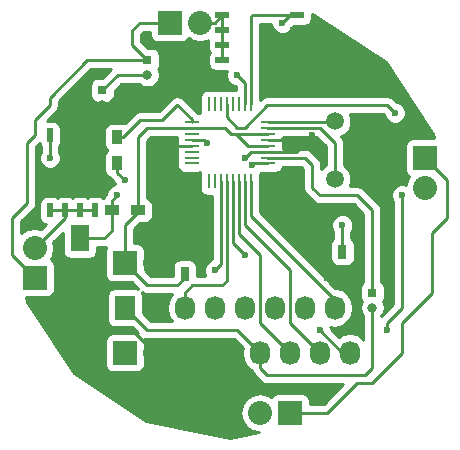
<source format=gbr>
G04 #@! TF.FileFunction,Copper,L1,Top,Signal*
%FSLAX46Y46*%
G04 Gerber Fmt 4.6, Leading zero omitted, Abs format (unit mm)*
G04 Created by KiCad (PCBNEW 4.0.3+e1-6302~38~ubuntu16.04.1-stable) date Mon Aug 29 22:27:36 2016*
%MOMM*%
%LPD*%
G01*
G04 APERTURE LIST*
%ADD10C,0.100000*%
%ADD11C,1.501140*%
%ADD12R,0.750000X1.200000*%
%ADD13R,1.200000X0.280000*%
%ADD14R,0.280000X1.200000*%
%ADD15R,1.727200X2.032000*%
%ADD16O,1.727200X2.032000*%
%ADD17R,0.800000X0.800000*%
%ADD18O,0.800000X0.800000*%
%ADD19R,2.032000X2.032000*%
%ADD20O,2.032000X2.032000*%
%ADD21R,0.508000X1.143000*%
%ADD22R,1.143000X0.508000*%
%ADD23R,0.900000X1.200000*%
%ADD24R,1.200000X0.900000*%
%ADD25R,1.600000X2.180000*%
%ADD26C,0.600000*%
%ADD27C,0.250000*%
%ADD28C,0.254000*%
G04 APERTURE END LIST*
D10*
D11*
X88900000Y-80545940D03*
X88900000Y-75664060D03*
D12*
X76200000Y-88580000D03*
X76200000Y-86680000D03*
X89535000Y-88580000D03*
X89535000Y-86680000D03*
D13*
X83260000Y-79220000D03*
X83260000Y-78720000D03*
X83260000Y-78220000D03*
X83260000Y-77720000D03*
X83260000Y-77220000D03*
X83260000Y-76720000D03*
X83260000Y-76220000D03*
X83260000Y-75720000D03*
D14*
X81760000Y-74220000D03*
X81260000Y-74220000D03*
X80760000Y-74220000D03*
X80260000Y-74220000D03*
X79760000Y-74220000D03*
X79260000Y-74220000D03*
X78760000Y-74220000D03*
X78260000Y-74220000D03*
D13*
X76760000Y-75720000D03*
X76760000Y-76220000D03*
X76760000Y-76720000D03*
X76760000Y-77220000D03*
X76760000Y-77720000D03*
X76760000Y-78220000D03*
X76760000Y-78720000D03*
X76760000Y-79220000D03*
D14*
X78260000Y-80720000D03*
X78760000Y-80720000D03*
X79260000Y-80720000D03*
X79760000Y-80720000D03*
X80260000Y-80720000D03*
X80760000Y-80720000D03*
X81260000Y-80720000D03*
X81760000Y-80720000D03*
D15*
X71120000Y-91440000D03*
D16*
X73660000Y-91440000D03*
X76200000Y-91440000D03*
X78740000Y-91440000D03*
X81280000Y-91440000D03*
X83820000Y-91440000D03*
X86360000Y-91440000D03*
X88900000Y-91440000D03*
D15*
X77470000Y-95250000D03*
D16*
X80010000Y-95250000D03*
X82550000Y-95250000D03*
X85090000Y-95250000D03*
X87630000Y-95250000D03*
X90170000Y-95250000D03*
D17*
X73025000Y-70485000D03*
D18*
X73025000Y-71735000D03*
D17*
X69215000Y-73025000D03*
D18*
X69215000Y-74275000D03*
D19*
X63500000Y-88900000D03*
D20*
X63500000Y-86360000D03*
D19*
X74930000Y-67310000D03*
D20*
X77470000Y-67310000D03*
D19*
X96520000Y-78740000D03*
D20*
X96520000Y-81280000D03*
D19*
X85090000Y-100330000D03*
D20*
X82550000Y-100330000D03*
D19*
X71120000Y-87630000D03*
D20*
X73660000Y-87630000D03*
D19*
X71120000Y-95250000D03*
D20*
X73660000Y-95250000D03*
D21*
X68580000Y-83185000D03*
X67310000Y-83185000D03*
X66040000Y-83185000D03*
X64770000Y-83185000D03*
X64770000Y-76835000D03*
X66040000Y-76835000D03*
X67310000Y-76835000D03*
X68580000Y-76835000D03*
D22*
X79375000Y-70485000D03*
X79375000Y-69215000D03*
X79375000Y-67945000D03*
X79375000Y-66675000D03*
X85725000Y-66675000D03*
X85725000Y-67945000D03*
X85725000Y-69215000D03*
X85725000Y-70485000D03*
D23*
X70485000Y-79205000D03*
X70485000Y-77005000D03*
D24*
X72220000Y-83185000D03*
X70020000Y-83185000D03*
D17*
X92075000Y-90170000D03*
D18*
X92075000Y-91420000D03*
D25*
X67307680Y-94772430D03*
X67312320Y-85567570D03*
D26*
X89535000Y-84455000D03*
X78105000Y-82550000D03*
X75565000Y-80010000D03*
X90805000Y-88900000D03*
X81280000Y-78740000D03*
X88265000Y-88900000D03*
X86360000Y-72390000D03*
X66040000Y-79375000D03*
X83820000Y-70485000D03*
X86995000Y-76835000D03*
X75184000Y-77724000D03*
X78105000Y-77470000D03*
X87630000Y-93345000D03*
X70485000Y-81915000D03*
X81280000Y-86995000D03*
X81915000Y-79375000D03*
X64770000Y-78740000D03*
X84455000Y-67310000D03*
X80645000Y-71755000D03*
X93980000Y-74930000D03*
X78740000Y-88265000D03*
X71120000Y-80645000D03*
X93345000Y-93345000D03*
X94615000Y-81915000D03*
D27*
X89535000Y-84455000D02*
X89535000Y-86680000D01*
X88900000Y-80545940D02*
X88900000Y-77470000D01*
X87630000Y-76200000D02*
X83185000Y-76200000D01*
X88900000Y-77470000D02*
X87630000Y-76200000D01*
X83185000Y-76200000D02*
X83260000Y-76220000D01*
X83260000Y-75720000D02*
X88844060Y-75720000D01*
X88844060Y-75720000D02*
X88900000Y-75664060D01*
X76200000Y-88580000D02*
X76200000Y-88900000D01*
X76200000Y-88900000D02*
X75565000Y-89535000D01*
X75565000Y-89535000D02*
X73025000Y-89535000D01*
X73025000Y-89535000D02*
X71120000Y-87630000D01*
X83260000Y-77720000D02*
X81530000Y-77720000D01*
X80645000Y-76835000D02*
X80645000Y-76720000D01*
X80530000Y-76720000D02*
X80645000Y-76835000D01*
X81530000Y-77720000D02*
X80530000Y-76720000D01*
X83260000Y-76720000D02*
X80645000Y-76720000D01*
X80645000Y-76720000D02*
X80125000Y-76720000D01*
X79625000Y-76220000D02*
X76760000Y-76220000D01*
X80125000Y-76720000D02*
X79625000Y-76220000D01*
X76760000Y-76220000D02*
X73005000Y-76220000D01*
X72220000Y-77005000D02*
X72220000Y-83185000D01*
X73005000Y-76220000D02*
X72220000Y-77005000D01*
X72220000Y-83185000D02*
X72220000Y-83355000D01*
X72220000Y-83355000D02*
X71120000Y-84455000D01*
X71120000Y-84455000D02*
X71120000Y-87630000D01*
X80645000Y-93345000D02*
X82550000Y-95250000D01*
X73025000Y-93345000D02*
X80645000Y-93345000D01*
X71120000Y-91440000D02*
X73025000Y-93345000D01*
X92075000Y-91420000D02*
X92075000Y-96520000D01*
X92075000Y-96520000D02*
X91440000Y-97155000D01*
X91440000Y-97155000D02*
X83185000Y-97155000D01*
X83185000Y-97155000D02*
X82550000Y-96520000D01*
X82550000Y-96520000D02*
X82550000Y-95250000D01*
X76200000Y-86680000D02*
X74610000Y-86680000D01*
X74610000Y-86680000D02*
X73660000Y-87630000D01*
X75565000Y-80010000D02*
X78105000Y-82550000D01*
X90485000Y-88580000D02*
X89535000Y-88580000D01*
X90805000Y-88900000D02*
X90485000Y-88580000D01*
X83260000Y-78220000D02*
X81800000Y-78220000D01*
X81800000Y-78220000D02*
X81280000Y-78740000D01*
X89535000Y-88580000D02*
X88585000Y-88580000D01*
X88585000Y-88580000D02*
X88265000Y-88900000D01*
X86360000Y-72390000D02*
X85725000Y-71755000D01*
X85725000Y-71755000D02*
X85725000Y-70485000D01*
X69215000Y-74275000D02*
X69215000Y-76200000D01*
X69215000Y-76200000D02*
X68580000Y-76835000D01*
X66040000Y-79375000D02*
X66040000Y-76835000D01*
X66040000Y-76835000D02*
X68580000Y-76835000D01*
X84455000Y-69215000D02*
X85725000Y-67945000D01*
X84455000Y-69850000D02*
X84455000Y-69215000D01*
X83820000Y-70485000D02*
X84455000Y-69850000D01*
X83260000Y-78220000D02*
X85610000Y-78220000D01*
X85610000Y-78220000D02*
X86995000Y-76835000D01*
X86610000Y-77220000D02*
X83260000Y-77220000D01*
X86995000Y-76835000D02*
X86610000Y-77220000D01*
X85725000Y-67945000D02*
X85725000Y-70485000D01*
X73660000Y-95250000D02*
X71755000Y-93345000D01*
X68735110Y-93345000D02*
X67307680Y-94772430D01*
X71755000Y-93345000D02*
X68735110Y-93345000D01*
X75184000Y-77724000D02*
X75184000Y-77720000D01*
X75184000Y-77720000D02*
X75184000Y-77724000D01*
X75184000Y-77724000D02*
X75184000Y-77720000D01*
X76760000Y-77720000D02*
X75184000Y-77720000D01*
X75184000Y-77720000D02*
X74045000Y-77720000D01*
X73660000Y-78105000D02*
X73660000Y-87630000D01*
X74045000Y-77720000D02*
X73660000Y-78105000D01*
X76760000Y-77220000D02*
X77855000Y-77220000D01*
X77855000Y-77220000D02*
X78105000Y-77470000D01*
X87630000Y-93345000D02*
X89535000Y-95250000D01*
X89535000Y-95250000D02*
X90170000Y-95250000D01*
X80260000Y-80720000D02*
X80260000Y-85975000D01*
X70020000Y-82380000D02*
X70020000Y-83185000D01*
X70485000Y-81915000D02*
X70020000Y-82380000D01*
X80260000Y-85975000D02*
X81280000Y-86995000D01*
X70020000Y-83185000D02*
X70020000Y-84920000D01*
X69372430Y-85567570D02*
X67312320Y-85567570D01*
X70020000Y-84920000D02*
X69372430Y-85567570D01*
X82070000Y-79220000D02*
X83260000Y-79220000D01*
X81915000Y-79375000D02*
X82070000Y-79220000D01*
X64770000Y-78740000D02*
X64770000Y-76835000D01*
X92075000Y-90170000D02*
X92075000Y-83185000D01*
X86360000Y-78740000D02*
X83185000Y-78740000D01*
X86995000Y-79375000D02*
X86360000Y-78740000D01*
X86995000Y-81280000D02*
X86995000Y-79375000D01*
X87630000Y-81915000D02*
X86995000Y-81280000D01*
X90805000Y-81915000D02*
X87630000Y-81915000D01*
X92075000Y-83185000D02*
X90805000Y-81915000D01*
X83185000Y-78740000D02*
X83260000Y-78720000D01*
X85090000Y-66675000D02*
X85725000Y-66675000D01*
X84455000Y-67310000D02*
X85090000Y-66675000D01*
X85725000Y-66675000D02*
X81915000Y-66675000D01*
X81760000Y-66830000D02*
X81760000Y-74220000D01*
X81915000Y-66675000D02*
X81760000Y-66830000D01*
X81260000Y-74220000D02*
X81260000Y-72370000D01*
X81260000Y-72370000D02*
X80645000Y-71755000D01*
X79760000Y-75315000D02*
X79760000Y-74220000D01*
X80645000Y-76200000D02*
X79760000Y-75315000D01*
X81280000Y-76200000D02*
X80645000Y-76200000D01*
X83185000Y-74295000D02*
X81280000Y-76200000D01*
X93345000Y-74295000D02*
X83185000Y-74295000D01*
X93980000Y-74930000D02*
X93345000Y-74295000D01*
X76760000Y-75720000D02*
X76760000Y-75490000D01*
X70950000Y-77005000D02*
X70485000Y-77005000D01*
X72390000Y-75565000D02*
X70950000Y-77005000D01*
X74295000Y-75565000D02*
X72390000Y-75565000D01*
X75565000Y-74295000D02*
X74295000Y-75565000D01*
X76760000Y-75490000D02*
X75565000Y-74295000D01*
X79260000Y-80720000D02*
X79260000Y-87745000D01*
X79260000Y-87745000D02*
X78740000Y-88265000D01*
X79760000Y-80720000D02*
X79760000Y-89150000D01*
X76200000Y-90170000D02*
X76200000Y-91440000D01*
X76835000Y-89535000D02*
X76200000Y-90170000D01*
X79375000Y-89535000D02*
X76835000Y-89535000D01*
X79760000Y-89150000D02*
X79375000Y-89535000D01*
X80760000Y-80720000D02*
X80760000Y-85205000D01*
X82550000Y-92710000D02*
X85090000Y-95250000D01*
X82550000Y-86995000D02*
X82550000Y-92710000D01*
X80760000Y-85205000D02*
X82550000Y-86995000D01*
X81260000Y-80720000D02*
X81260000Y-84435000D01*
X85090000Y-92710000D02*
X87630000Y-95250000D01*
X85090000Y-88265000D02*
X85090000Y-92710000D01*
X81260000Y-84435000D02*
X85090000Y-88265000D01*
X81760000Y-80720000D02*
X81760000Y-83665000D01*
X81760000Y-83665000D02*
X88900000Y-90805000D01*
X88900000Y-90805000D02*
X88900000Y-91440000D01*
X85090000Y-100330000D02*
X88265000Y-100330000D01*
X88265000Y-100330000D02*
X90805000Y-97790000D01*
X90805000Y-97790000D02*
X92075000Y-97790000D01*
X92075000Y-97790000D02*
X94615000Y-95250000D01*
X94615000Y-95250000D02*
X94615000Y-92710000D01*
X94615000Y-92710000D02*
X97155000Y-90170000D01*
X97155000Y-90170000D02*
X97155000Y-85090000D01*
X97155000Y-85090000D02*
X98425000Y-83820000D01*
X98425000Y-83820000D02*
X98425000Y-80645000D01*
X98425000Y-80645000D02*
X96520000Y-78740000D01*
X73025000Y-70485000D02*
X67945000Y-70485000D01*
X61595000Y-86995000D02*
X63500000Y-88900000D01*
X61595000Y-83820000D02*
X61595000Y-86995000D01*
X62865000Y-82550000D02*
X61595000Y-83820000D01*
X62865000Y-77470000D02*
X62865000Y-82550000D01*
X63500000Y-76835000D02*
X62865000Y-77470000D01*
X63500000Y-75565000D02*
X63500000Y-76835000D01*
X64770000Y-74295000D02*
X63500000Y-75565000D01*
X64770000Y-73660000D02*
X64770000Y-74295000D01*
X67945000Y-70485000D02*
X64770000Y-73660000D01*
X74930000Y-67310000D02*
X72390000Y-67310000D01*
X71755000Y-69215000D02*
X73025000Y-70485000D01*
X71755000Y-67945000D02*
X71755000Y-69215000D01*
X72390000Y-67310000D02*
X71755000Y-67945000D01*
X73025000Y-71735000D02*
X70505000Y-71735000D01*
X70505000Y-71735000D02*
X69215000Y-73025000D01*
X70485000Y-79205000D02*
X70485000Y-80010000D01*
X70485000Y-80010000D02*
X71120000Y-80645000D01*
X66040000Y-83185000D02*
X66040000Y-83820000D01*
X66040000Y-83820000D02*
X63500000Y-86360000D01*
X68580000Y-83185000D02*
X64770000Y-83185000D01*
X79375000Y-66675000D02*
X79375000Y-70485000D01*
X77470000Y-67310000D02*
X78740000Y-67310000D01*
X78740000Y-67310000D02*
X79375000Y-66675000D01*
X93345000Y-92710000D02*
X93345000Y-93345000D01*
X94615000Y-91440000D02*
X93345000Y-92710000D01*
X94615000Y-81915000D02*
X94615000Y-91440000D01*
D28*
G36*
X65864880Y-86657570D02*
X65909158Y-86892887D01*
X66048230Y-87109011D01*
X66260430Y-87254001D01*
X66512320Y-87305010D01*
X68112320Y-87305010D01*
X68347637Y-87260732D01*
X68563761Y-87121660D01*
X68708751Y-86909460D01*
X68759760Y-86657570D01*
X68759760Y-86327570D01*
X69372430Y-86327570D01*
X69556137Y-86291028D01*
X69507569Y-86362110D01*
X69456560Y-86614000D01*
X69456560Y-88646000D01*
X69500838Y-88881317D01*
X69639910Y-89097441D01*
X69852110Y-89242431D01*
X70104000Y-89293440D01*
X71708638Y-89293440D01*
X72258465Y-89843267D01*
X72235490Y-89827569D01*
X71983600Y-89776560D01*
X70256400Y-89776560D01*
X70021083Y-89820838D01*
X69804959Y-89959910D01*
X69659969Y-90172110D01*
X69608960Y-90424000D01*
X69608960Y-92456000D01*
X69653238Y-92691317D01*
X69792310Y-92907441D01*
X70004510Y-93052431D01*
X70256400Y-93103440D01*
X71708638Y-93103440D01*
X72205916Y-93600718D01*
X72136000Y-93586560D01*
X70104000Y-93586560D01*
X69868683Y-93630838D01*
X69652559Y-93769910D01*
X69507569Y-93982110D01*
X69456560Y-94234000D01*
X69456560Y-96266000D01*
X69500838Y-96501317D01*
X69639910Y-96717441D01*
X69852110Y-96862431D01*
X70104000Y-96913440D01*
X72136000Y-96913440D01*
X72371317Y-96869162D01*
X72587441Y-96730090D01*
X72732431Y-96517890D01*
X72783440Y-96266000D01*
X72783440Y-94234000D01*
X72748830Y-94050066D01*
X73025000Y-94105000D01*
X80330198Y-94105000D01*
X81091061Y-94865863D01*
X81051400Y-95065255D01*
X81051400Y-95434745D01*
X81165474Y-96008234D01*
X81490330Y-96494415D01*
X81830065Y-96721419D01*
X81847852Y-96810839D01*
X82012599Y-97057401D01*
X82647599Y-97692401D01*
X82894161Y-97857148D01*
X83185000Y-97915000D01*
X89605198Y-97915000D01*
X87950198Y-99570000D01*
X86753440Y-99570000D01*
X86753440Y-99314000D01*
X86709162Y-99078683D01*
X86570090Y-98862559D01*
X86357890Y-98717569D01*
X86106000Y-98666560D01*
X84074000Y-98666560D01*
X83838683Y-98710838D01*
X83622559Y-98849910D01*
X83515767Y-99006206D01*
X83214155Y-98804675D01*
X82582345Y-98679000D01*
X82517655Y-98679000D01*
X81885845Y-98804675D01*
X81350222Y-99162567D01*
X80992330Y-99698190D01*
X80866655Y-100330000D01*
X80992330Y-100961810D01*
X81350222Y-101497433D01*
X81885845Y-101855325D01*
X82437135Y-101964984D01*
X80010000Y-102447771D01*
X72881461Y-101029816D01*
X66838177Y-96991823D01*
X62800184Y-90948539D01*
X62723583Y-90563440D01*
X64516000Y-90563440D01*
X64751317Y-90519162D01*
X64967441Y-90380090D01*
X65112431Y-90167890D01*
X65163440Y-89916000D01*
X65163440Y-87884000D01*
X65119162Y-87648683D01*
X64980090Y-87432559D01*
X64823794Y-87325767D01*
X65025325Y-87024155D01*
X65151000Y-86392345D01*
X65151000Y-86327655D01*
X65060769Y-85874033D01*
X65864880Y-85069922D01*
X65864880Y-86657570D01*
X65864880Y-86657570D01*
G37*
X65864880Y-86657570D02*
X65909158Y-86892887D01*
X66048230Y-87109011D01*
X66260430Y-87254001D01*
X66512320Y-87305010D01*
X68112320Y-87305010D01*
X68347637Y-87260732D01*
X68563761Y-87121660D01*
X68708751Y-86909460D01*
X68759760Y-86657570D01*
X68759760Y-86327570D01*
X69372430Y-86327570D01*
X69556137Y-86291028D01*
X69507569Y-86362110D01*
X69456560Y-86614000D01*
X69456560Y-88646000D01*
X69500838Y-88881317D01*
X69639910Y-89097441D01*
X69852110Y-89242431D01*
X70104000Y-89293440D01*
X71708638Y-89293440D01*
X72258465Y-89843267D01*
X72235490Y-89827569D01*
X71983600Y-89776560D01*
X70256400Y-89776560D01*
X70021083Y-89820838D01*
X69804959Y-89959910D01*
X69659969Y-90172110D01*
X69608960Y-90424000D01*
X69608960Y-92456000D01*
X69653238Y-92691317D01*
X69792310Y-92907441D01*
X70004510Y-93052431D01*
X70256400Y-93103440D01*
X71708638Y-93103440D01*
X72205916Y-93600718D01*
X72136000Y-93586560D01*
X70104000Y-93586560D01*
X69868683Y-93630838D01*
X69652559Y-93769910D01*
X69507569Y-93982110D01*
X69456560Y-94234000D01*
X69456560Y-96266000D01*
X69500838Y-96501317D01*
X69639910Y-96717441D01*
X69852110Y-96862431D01*
X70104000Y-96913440D01*
X72136000Y-96913440D01*
X72371317Y-96869162D01*
X72587441Y-96730090D01*
X72732431Y-96517890D01*
X72783440Y-96266000D01*
X72783440Y-94234000D01*
X72748830Y-94050066D01*
X73025000Y-94105000D01*
X80330198Y-94105000D01*
X81091061Y-94865863D01*
X81051400Y-95065255D01*
X81051400Y-95434745D01*
X81165474Y-96008234D01*
X81490330Y-96494415D01*
X81830065Y-96721419D01*
X81847852Y-96810839D01*
X82012599Y-97057401D01*
X82647599Y-97692401D01*
X82894161Y-97857148D01*
X83185000Y-97915000D01*
X89605198Y-97915000D01*
X87950198Y-99570000D01*
X86753440Y-99570000D01*
X86753440Y-99314000D01*
X86709162Y-99078683D01*
X86570090Y-98862559D01*
X86357890Y-98717569D01*
X86106000Y-98666560D01*
X84074000Y-98666560D01*
X83838683Y-98710838D01*
X83622559Y-98849910D01*
X83515767Y-99006206D01*
X83214155Y-98804675D01*
X82582345Y-98679000D01*
X82517655Y-98679000D01*
X81885845Y-98804675D01*
X81350222Y-99162567D01*
X80992330Y-99698190D01*
X80866655Y-100330000D01*
X80992330Y-100961810D01*
X81350222Y-101497433D01*
X81885845Y-101855325D01*
X82437135Y-101964984D01*
X80010000Y-102447771D01*
X72881461Y-101029816D01*
X66838177Y-96991823D01*
X62800184Y-90948539D01*
X62723583Y-90563440D01*
X64516000Y-90563440D01*
X64751317Y-90519162D01*
X64967441Y-90380090D01*
X65112431Y-90167890D01*
X65163440Y-89916000D01*
X65163440Y-87884000D01*
X65119162Y-87648683D01*
X64980090Y-87432559D01*
X64823794Y-87325767D01*
X65025325Y-87024155D01*
X65151000Y-86392345D01*
X65151000Y-86327655D01*
X65060769Y-85874033D01*
X65864880Y-85069922D01*
X65864880Y-86657570D01*
G36*
X86235000Y-79689802D02*
X86235000Y-81280000D01*
X86292852Y-81570839D01*
X86457599Y-81817401D01*
X87092599Y-82452401D01*
X87339161Y-82617148D01*
X87630000Y-82675000D01*
X90490198Y-82675000D01*
X91315000Y-83499802D01*
X91315000Y-89247069D01*
X91223559Y-89305910D01*
X91078569Y-89518110D01*
X91027560Y-89770000D01*
X91027560Y-90570000D01*
X91071838Y-90805317D01*
X91159881Y-90942140D01*
X91118785Y-91003646D01*
X91040000Y-91399723D01*
X91040000Y-91440277D01*
X91118785Y-91836354D01*
X91315000Y-92130012D01*
X91315000Y-94133290D01*
X91229670Y-94005585D01*
X90743489Y-93680729D01*
X90170000Y-93566655D01*
X89596511Y-93680729D01*
X89263225Y-93903423D01*
X88565122Y-93205320D01*
X88565162Y-93159833D01*
X88518751Y-93047510D01*
X88900000Y-93123345D01*
X89473489Y-93009271D01*
X89959670Y-92684415D01*
X90284526Y-92198234D01*
X90398600Y-91624745D01*
X90398600Y-91255255D01*
X90284526Y-90681766D01*
X89959670Y-90195585D01*
X89473489Y-89870729D01*
X88933026Y-89763224D01*
X85249802Y-86080000D01*
X88512560Y-86080000D01*
X88512560Y-87280000D01*
X88556838Y-87515317D01*
X88695910Y-87731441D01*
X88908110Y-87876431D01*
X89160000Y-87927440D01*
X89910000Y-87927440D01*
X90145317Y-87883162D01*
X90361441Y-87744090D01*
X90506431Y-87531890D01*
X90557440Y-87280000D01*
X90557440Y-86080000D01*
X90513162Y-85844683D01*
X90374090Y-85628559D01*
X90295000Y-85574519D01*
X90295000Y-85017463D01*
X90327192Y-84985327D01*
X90469838Y-84641799D01*
X90470162Y-84269833D01*
X90328117Y-83926057D01*
X90065327Y-83662808D01*
X89721799Y-83520162D01*
X89349833Y-83519838D01*
X89006057Y-83661883D01*
X88742808Y-83924673D01*
X88600162Y-84268201D01*
X88599838Y-84640167D01*
X88741883Y-84983943D01*
X88775000Y-85017118D01*
X88775000Y-85573156D01*
X88708559Y-85615910D01*
X88563569Y-85828110D01*
X88512560Y-86080000D01*
X85249802Y-86080000D01*
X82520000Y-83350198D01*
X82520000Y-81455503D01*
X82547440Y-81320000D01*
X82547440Y-80120000D01*
X82538696Y-80073529D01*
X82614193Y-79998164D01*
X82660000Y-80007440D01*
X83860000Y-80007440D01*
X84095317Y-79963162D01*
X84311441Y-79824090D01*
X84456431Y-79611890D01*
X84479089Y-79500000D01*
X86045198Y-79500000D01*
X86235000Y-79689802D01*
X86235000Y-79689802D01*
G37*
X86235000Y-79689802D02*
X86235000Y-81280000D01*
X86292852Y-81570839D01*
X86457599Y-81817401D01*
X87092599Y-82452401D01*
X87339161Y-82617148D01*
X87630000Y-82675000D01*
X90490198Y-82675000D01*
X91315000Y-83499802D01*
X91315000Y-89247069D01*
X91223559Y-89305910D01*
X91078569Y-89518110D01*
X91027560Y-89770000D01*
X91027560Y-90570000D01*
X91071838Y-90805317D01*
X91159881Y-90942140D01*
X91118785Y-91003646D01*
X91040000Y-91399723D01*
X91040000Y-91440277D01*
X91118785Y-91836354D01*
X91315000Y-92130012D01*
X91315000Y-94133290D01*
X91229670Y-94005585D01*
X90743489Y-93680729D01*
X90170000Y-93566655D01*
X89596511Y-93680729D01*
X89263225Y-93903423D01*
X88565122Y-93205320D01*
X88565162Y-93159833D01*
X88518751Y-93047510D01*
X88900000Y-93123345D01*
X89473489Y-93009271D01*
X89959670Y-92684415D01*
X90284526Y-92198234D01*
X90398600Y-91624745D01*
X90398600Y-91255255D01*
X90284526Y-90681766D01*
X89959670Y-90195585D01*
X89473489Y-89870729D01*
X88933026Y-89763224D01*
X85249802Y-86080000D01*
X88512560Y-86080000D01*
X88512560Y-87280000D01*
X88556838Y-87515317D01*
X88695910Y-87731441D01*
X88908110Y-87876431D01*
X89160000Y-87927440D01*
X89910000Y-87927440D01*
X90145317Y-87883162D01*
X90361441Y-87744090D01*
X90506431Y-87531890D01*
X90557440Y-87280000D01*
X90557440Y-86080000D01*
X90513162Y-85844683D01*
X90374090Y-85628559D01*
X90295000Y-85574519D01*
X90295000Y-85017463D01*
X90327192Y-84985327D01*
X90469838Y-84641799D01*
X90470162Y-84269833D01*
X90328117Y-83926057D01*
X90065327Y-83662808D01*
X89721799Y-83520162D01*
X89349833Y-83519838D01*
X89006057Y-83661883D01*
X88742808Y-83924673D01*
X88600162Y-84268201D01*
X88599838Y-84640167D01*
X88741883Y-84983943D01*
X88775000Y-85017118D01*
X88775000Y-85573156D01*
X88708559Y-85615910D01*
X88563569Y-85828110D01*
X88512560Y-86080000D01*
X85249802Y-86080000D01*
X82520000Y-83350198D01*
X82520000Y-81455503D01*
X82547440Y-81320000D01*
X82547440Y-80120000D01*
X82538696Y-80073529D01*
X82614193Y-79998164D01*
X82660000Y-80007440D01*
X83860000Y-80007440D01*
X84095317Y-79963162D01*
X84311441Y-79824090D01*
X84456431Y-79611890D01*
X84479089Y-79500000D01*
X86045198Y-79500000D01*
X86235000Y-79689802D01*
G36*
X72734161Y-90237148D02*
X73025000Y-90295000D01*
X75073903Y-90295000D01*
X74815474Y-90681766D01*
X74701400Y-91255255D01*
X74701400Y-91624745D01*
X74815474Y-92198234D01*
X75073903Y-92585000D01*
X73339802Y-92585000D01*
X72631040Y-91876238D01*
X72631040Y-90424000D01*
X72586762Y-90188683D01*
X72530294Y-90100928D01*
X72734161Y-90237148D01*
X72734161Y-90237148D01*
G37*
X72734161Y-90237148D02*
X73025000Y-90295000D01*
X75073903Y-90295000D01*
X74815474Y-90681766D01*
X74701400Y-91255255D01*
X74701400Y-91624745D01*
X74815474Y-92198234D01*
X75073903Y-92585000D01*
X73339802Y-92585000D01*
X72631040Y-91876238D01*
X72631040Y-90424000D01*
X72586762Y-90188683D01*
X72530294Y-90100928D01*
X72734161Y-90237148D01*
G36*
X87138539Y-66610184D02*
X93181823Y-70648177D01*
X97219816Y-76691461D01*
X97296417Y-77076560D01*
X95504000Y-77076560D01*
X95268683Y-77120838D01*
X95052559Y-77259910D01*
X94907569Y-77472110D01*
X94856560Y-77724000D01*
X94856560Y-79756000D01*
X94900838Y-79991317D01*
X95039910Y-80207441D01*
X95196206Y-80314233D01*
X94994675Y-80615845D01*
X94913021Y-81026346D01*
X94801799Y-80980162D01*
X94429833Y-80979838D01*
X94086057Y-81121883D01*
X93822808Y-81384673D01*
X93680162Y-81728201D01*
X93679838Y-82100167D01*
X93821883Y-82443943D01*
X93855000Y-82477118D01*
X93855000Y-91125198D01*
X92835000Y-92145198D01*
X92835000Y-92130012D01*
X93031215Y-91836354D01*
X93110000Y-91440277D01*
X93110000Y-91399723D01*
X93031215Y-91003646D01*
X92989698Y-90941511D01*
X93071431Y-90821890D01*
X93122440Y-90570000D01*
X93122440Y-89770000D01*
X93078162Y-89534683D01*
X92939090Y-89318559D01*
X92835000Y-89247437D01*
X92835000Y-83185000D01*
X92777148Y-82894161D01*
X92777148Y-82894160D01*
X92612401Y-82647599D01*
X91342401Y-81377599D01*
X91095839Y-81212852D01*
X90805000Y-81155000D01*
X90147369Y-81155000D01*
X90285329Y-80822756D01*
X90285810Y-80271542D01*
X90075314Y-79762103D01*
X89685887Y-79371996D01*
X89660000Y-79361247D01*
X89660000Y-77470000D01*
X89640586Y-77372401D01*
X89602148Y-77179160D01*
X89441904Y-76939339D01*
X89683837Y-76839374D01*
X90073944Y-76449947D01*
X90285329Y-75940876D01*
X90285810Y-75389662D01*
X90147530Y-75055000D01*
X93030198Y-75055000D01*
X93044878Y-75069680D01*
X93044838Y-75115167D01*
X93186883Y-75458943D01*
X93449673Y-75722192D01*
X93793201Y-75864838D01*
X94165167Y-75865162D01*
X94508943Y-75723117D01*
X94772192Y-75460327D01*
X94914838Y-75116799D01*
X94915162Y-74744833D01*
X94773117Y-74401057D01*
X94510327Y-74137808D01*
X94166799Y-73995162D01*
X94119923Y-73995121D01*
X93882401Y-73757599D01*
X93635839Y-73592852D01*
X93345000Y-73535000D01*
X83185000Y-73535000D01*
X82894161Y-73592852D01*
X82647599Y-73757599D01*
X82547440Y-73857758D01*
X82547440Y-73620000D01*
X82520000Y-73474169D01*
X82520000Y-67435000D01*
X83519890Y-67435000D01*
X83519838Y-67495167D01*
X83661883Y-67838943D01*
X83924673Y-68102192D01*
X84268201Y-68244838D01*
X84640167Y-68245162D01*
X84983943Y-68103117D01*
X85247192Y-67840327D01*
X85356768Y-67576440D01*
X86296500Y-67576440D01*
X86531817Y-67532162D01*
X86747941Y-67393090D01*
X86892931Y-67180890D01*
X86943940Y-66929000D01*
X86943940Y-66571476D01*
X87138539Y-66610184D01*
X87138539Y-66610184D01*
G37*
X87138539Y-66610184D02*
X93181823Y-70648177D01*
X97219816Y-76691461D01*
X97296417Y-77076560D01*
X95504000Y-77076560D01*
X95268683Y-77120838D01*
X95052559Y-77259910D01*
X94907569Y-77472110D01*
X94856560Y-77724000D01*
X94856560Y-79756000D01*
X94900838Y-79991317D01*
X95039910Y-80207441D01*
X95196206Y-80314233D01*
X94994675Y-80615845D01*
X94913021Y-81026346D01*
X94801799Y-80980162D01*
X94429833Y-80979838D01*
X94086057Y-81121883D01*
X93822808Y-81384673D01*
X93680162Y-81728201D01*
X93679838Y-82100167D01*
X93821883Y-82443943D01*
X93855000Y-82477118D01*
X93855000Y-91125198D01*
X92835000Y-92145198D01*
X92835000Y-92130012D01*
X93031215Y-91836354D01*
X93110000Y-91440277D01*
X93110000Y-91399723D01*
X93031215Y-91003646D01*
X92989698Y-90941511D01*
X93071431Y-90821890D01*
X93122440Y-90570000D01*
X93122440Y-89770000D01*
X93078162Y-89534683D01*
X92939090Y-89318559D01*
X92835000Y-89247437D01*
X92835000Y-83185000D01*
X92777148Y-82894161D01*
X92777148Y-82894160D01*
X92612401Y-82647599D01*
X91342401Y-81377599D01*
X91095839Y-81212852D01*
X90805000Y-81155000D01*
X90147369Y-81155000D01*
X90285329Y-80822756D01*
X90285810Y-80271542D01*
X90075314Y-79762103D01*
X89685887Y-79371996D01*
X89660000Y-79361247D01*
X89660000Y-77470000D01*
X89640586Y-77372401D01*
X89602148Y-77179160D01*
X89441904Y-76939339D01*
X89683837Y-76839374D01*
X90073944Y-76449947D01*
X90285329Y-75940876D01*
X90285810Y-75389662D01*
X90147530Y-75055000D01*
X93030198Y-75055000D01*
X93044878Y-75069680D01*
X93044838Y-75115167D01*
X93186883Y-75458943D01*
X93449673Y-75722192D01*
X93793201Y-75864838D01*
X94165167Y-75865162D01*
X94508943Y-75723117D01*
X94772192Y-75460327D01*
X94914838Y-75116799D01*
X94915162Y-74744833D01*
X94773117Y-74401057D01*
X94510327Y-74137808D01*
X94166799Y-73995162D01*
X94119923Y-73995121D01*
X93882401Y-73757599D01*
X93635839Y-73592852D01*
X93345000Y-73535000D01*
X83185000Y-73535000D01*
X82894161Y-73592852D01*
X82647599Y-73757599D01*
X82547440Y-73857758D01*
X82547440Y-73620000D01*
X82520000Y-73474169D01*
X82520000Y-67435000D01*
X83519890Y-67435000D01*
X83519838Y-67495167D01*
X83661883Y-67838943D01*
X83924673Y-68102192D01*
X84268201Y-68244838D01*
X84640167Y-68245162D01*
X84983943Y-68103117D01*
X85247192Y-67840327D01*
X85356768Y-67576440D01*
X86296500Y-67576440D01*
X86531817Y-67532162D01*
X86747941Y-67393090D01*
X86892931Y-67180890D01*
X86943940Y-66929000D01*
X86943940Y-66571476D01*
X87138539Y-66610184D01*
G36*
X75512560Y-77080000D02*
X75512560Y-77360000D01*
X75556838Y-77595317D01*
X75637248Y-77720277D01*
X75563569Y-77828110D01*
X75512560Y-78080000D01*
X75512560Y-78360000D01*
X75534018Y-78474038D01*
X75512560Y-78580000D01*
X75512560Y-78860000D01*
X75534018Y-78974038D01*
X75512560Y-79080000D01*
X75512560Y-79360000D01*
X75556838Y-79595317D01*
X75695910Y-79811441D01*
X75908110Y-79956431D01*
X76160000Y-80007440D01*
X77360000Y-80007440D01*
X77500716Y-79980962D01*
X77472560Y-80120000D01*
X77472560Y-81320000D01*
X77516838Y-81555317D01*
X77655910Y-81771441D01*
X77868110Y-81916431D01*
X78120000Y-81967440D01*
X78400000Y-81967440D01*
X78500000Y-81948624D01*
X78500000Y-87352494D01*
X78211057Y-87471883D01*
X77947808Y-87734673D01*
X77805162Y-88078201D01*
X77804838Y-88450167D01*
X77939056Y-88775000D01*
X77222440Y-88775000D01*
X77222440Y-87980000D01*
X77178162Y-87744683D01*
X77039090Y-87528559D01*
X76826890Y-87383569D01*
X76575000Y-87332560D01*
X75825000Y-87332560D01*
X75589683Y-87376838D01*
X75373559Y-87515910D01*
X75228569Y-87728110D01*
X75177560Y-87980000D01*
X75177560Y-88775000D01*
X73339802Y-88775000D01*
X72783440Y-88218638D01*
X72783440Y-86614000D01*
X72739162Y-86378683D01*
X72600090Y-86162559D01*
X72387890Y-86017569D01*
X72136000Y-85966560D01*
X71880000Y-85966560D01*
X71880000Y-84769802D01*
X72367362Y-84282440D01*
X72820000Y-84282440D01*
X73055317Y-84238162D01*
X73271441Y-84099090D01*
X73416431Y-83886890D01*
X73467440Y-83635000D01*
X73467440Y-82735000D01*
X73423162Y-82499683D01*
X73284090Y-82283559D01*
X73071890Y-82138569D01*
X72980000Y-82119961D01*
X72980000Y-77319802D01*
X73319802Y-76980000D01*
X75532811Y-76980000D01*
X75512560Y-77080000D01*
X75512560Y-77080000D01*
G37*
X75512560Y-77080000D02*
X75512560Y-77360000D01*
X75556838Y-77595317D01*
X75637248Y-77720277D01*
X75563569Y-77828110D01*
X75512560Y-78080000D01*
X75512560Y-78360000D01*
X75534018Y-78474038D01*
X75512560Y-78580000D01*
X75512560Y-78860000D01*
X75534018Y-78974038D01*
X75512560Y-79080000D01*
X75512560Y-79360000D01*
X75556838Y-79595317D01*
X75695910Y-79811441D01*
X75908110Y-79956431D01*
X76160000Y-80007440D01*
X77360000Y-80007440D01*
X77500716Y-79980962D01*
X77472560Y-80120000D01*
X77472560Y-81320000D01*
X77516838Y-81555317D01*
X77655910Y-81771441D01*
X77868110Y-81916431D01*
X78120000Y-81967440D01*
X78400000Y-81967440D01*
X78500000Y-81948624D01*
X78500000Y-87352494D01*
X78211057Y-87471883D01*
X77947808Y-87734673D01*
X77805162Y-88078201D01*
X77804838Y-88450167D01*
X77939056Y-88775000D01*
X77222440Y-88775000D01*
X77222440Y-87980000D01*
X77178162Y-87744683D01*
X77039090Y-87528559D01*
X76826890Y-87383569D01*
X76575000Y-87332560D01*
X75825000Y-87332560D01*
X75589683Y-87376838D01*
X75373559Y-87515910D01*
X75228569Y-87728110D01*
X75177560Y-87980000D01*
X75177560Y-88775000D01*
X73339802Y-88775000D01*
X72783440Y-88218638D01*
X72783440Y-86614000D01*
X72739162Y-86378683D01*
X72600090Y-86162559D01*
X72387890Y-86017569D01*
X72136000Y-85966560D01*
X71880000Y-85966560D01*
X71880000Y-84769802D01*
X72367362Y-84282440D01*
X72820000Y-84282440D01*
X73055317Y-84238162D01*
X73271441Y-84099090D01*
X73416431Y-83886890D01*
X73467440Y-83635000D01*
X73467440Y-82735000D01*
X73423162Y-82499683D01*
X73284090Y-82283559D01*
X73071890Y-82138569D01*
X72980000Y-82119961D01*
X72980000Y-77319802D01*
X73319802Y-76980000D01*
X75532811Y-76980000D01*
X75512560Y-77080000D01*
G36*
X73266560Y-68326000D02*
X73310838Y-68561317D01*
X73449910Y-68777441D01*
X73662110Y-68922431D01*
X73914000Y-68973440D01*
X75946000Y-68973440D01*
X76181317Y-68929162D01*
X76397441Y-68790090D01*
X76504233Y-68633794D01*
X76805845Y-68835325D01*
X77437655Y-68961000D01*
X77502345Y-68961000D01*
X78134155Y-68835325D01*
X78188920Y-68798732D01*
X78156060Y-68961000D01*
X78156060Y-69469000D01*
X78200338Y-69704317D01*
X78294666Y-69850907D01*
X78207069Y-69979110D01*
X78156060Y-70231000D01*
X78156060Y-70739000D01*
X78200338Y-70974317D01*
X78339410Y-71190441D01*
X78551610Y-71335431D01*
X78803500Y-71386440D01*
X79785636Y-71386440D01*
X79710162Y-71568201D01*
X79709838Y-71940167D01*
X79851883Y-72283943D01*
X80114673Y-72547192D01*
X80458201Y-72689838D01*
X80500000Y-72689874D01*
X80500000Y-72992811D01*
X80400000Y-72972560D01*
X80120000Y-72972560D01*
X80005962Y-72994018D01*
X79900000Y-72972560D01*
X79620000Y-72972560D01*
X79505962Y-72994018D01*
X79400000Y-72972560D01*
X79120000Y-72972560D01*
X79005962Y-72994018D01*
X78900000Y-72972560D01*
X78620000Y-72972560D01*
X78505962Y-72994018D01*
X78400000Y-72972560D01*
X78120000Y-72972560D01*
X77884683Y-73016838D01*
X77668559Y-73155910D01*
X77523569Y-73368110D01*
X77472560Y-73620000D01*
X77472560Y-74820000D01*
X77499038Y-74960716D01*
X77360000Y-74932560D01*
X77277362Y-74932560D01*
X76102401Y-73757599D01*
X75855839Y-73592852D01*
X75565000Y-73535000D01*
X75274160Y-73592852D01*
X75027599Y-73757599D01*
X73980198Y-74805000D01*
X72390000Y-74805000D01*
X72099161Y-74862852D01*
X71852599Y-75027599D01*
X71091039Y-75789159D01*
X70935000Y-75757560D01*
X70035000Y-75757560D01*
X69799683Y-75801838D01*
X69583559Y-75940910D01*
X69438569Y-76153110D01*
X69387560Y-76405000D01*
X69387560Y-77605000D01*
X69431838Y-77840317D01*
X69570910Y-78056441D01*
X69640711Y-78104134D01*
X69583559Y-78140910D01*
X69438569Y-78353110D01*
X69387560Y-78605000D01*
X69387560Y-79805000D01*
X69431838Y-80040317D01*
X69570910Y-80256441D01*
X69783110Y-80401431D01*
X69860543Y-80417111D01*
X69947599Y-80547401D01*
X70184878Y-80784680D01*
X70184838Y-80830167D01*
X70254432Y-80998597D01*
X69956057Y-81121883D01*
X69692808Y-81384673D01*
X69550162Y-81728201D01*
X69550121Y-81775077D01*
X69482599Y-81842599D01*
X69317852Y-82089161D01*
X69314211Y-82107466D01*
X69238923Y-82121632D01*
X69085890Y-82017069D01*
X68834000Y-81966060D01*
X68326000Y-81966060D01*
X68090683Y-82010338D01*
X67944093Y-82104666D01*
X67815890Y-82017069D01*
X67564000Y-81966060D01*
X67056000Y-81966060D01*
X66820683Y-82010338D01*
X66674093Y-82104666D01*
X66545890Y-82017069D01*
X66294000Y-81966060D01*
X65786000Y-81966060D01*
X65550683Y-82010338D01*
X65404093Y-82104666D01*
X65275890Y-82017069D01*
X65024000Y-81966060D01*
X64516000Y-81966060D01*
X64280683Y-82010338D01*
X64064559Y-82149410D01*
X63919569Y-82361610D01*
X63868560Y-82613500D01*
X63868560Y-83756500D01*
X63912838Y-83991817D01*
X64051910Y-84207941D01*
X64264110Y-84352931D01*
X64403949Y-84381249D01*
X64007579Y-84777619D01*
X63500000Y-84676655D01*
X62868190Y-84802330D01*
X62355000Y-85145233D01*
X62355000Y-84134802D01*
X63402401Y-83087401D01*
X63567148Y-82840840D01*
X63625000Y-82550000D01*
X63625000Y-77784802D01*
X63889898Y-77519904D01*
X63912838Y-77641817D01*
X64010000Y-77792811D01*
X64010000Y-78177537D01*
X63977808Y-78209673D01*
X63835162Y-78553201D01*
X63834838Y-78925167D01*
X63976883Y-79268943D01*
X64239673Y-79532192D01*
X64583201Y-79674838D01*
X64955167Y-79675162D01*
X65298943Y-79533117D01*
X65562192Y-79270327D01*
X65704838Y-78926799D01*
X65705162Y-78554833D01*
X65563117Y-78211057D01*
X65530000Y-78177882D01*
X65530000Y-77790740D01*
X65620431Y-77658390D01*
X65671440Y-77406500D01*
X65671440Y-76263500D01*
X65627162Y-76028183D01*
X65488090Y-75812059D01*
X65275890Y-75667069D01*
X65024000Y-75616060D01*
X64523742Y-75616060D01*
X65307401Y-74832401D01*
X65472148Y-74585840D01*
X65530000Y-74295000D01*
X65530000Y-73974802D01*
X68259802Y-71245000D01*
X69920197Y-71245000D01*
X69187638Y-71977560D01*
X68815000Y-71977560D01*
X68579683Y-72021838D01*
X68363559Y-72160910D01*
X68218569Y-72373110D01*
X68167560Y-72625000D01*
X68167560Y-73425000D01*
X68211838Y-73660317D01*
X68350910Y-73876441D01*
X68563110Y-74021431D01*
X68815000Y-74072440D01*
X69615000Y-74072440D01*
X69850317Y-74028162D01*
X70066441Y-73889090D01*
X70211431Y-73676890D01*
X70262440Y-73425000D01*
X70262440Y-73052362D01*
X70819803Y-72495000D01*
X72304918Y-72495000D01*
X72628923Y-72711492D01*
X73025000Y-72790277D01*
X73421077Y-72711492D01*
X73756856Y-72487133D01*
X73981215Y-72151354D01*
X74060000Y-71755277D01*
X74060000Y-71714723D01*
X73981215Y-71318646D01*
X73939698Y-71256511D01*
X74021431Y-71136890D01*
X74072440Y-70885000D01*
X74072440Y-70085000D01*
X74028162Y-69849683D01*
X73889090Y-69633559D01*
X73676890Y-69488569D01*
X73425000Y-69437560D01*
X73052362Y-69437560D01*
X72515000Y-68900198D01*
X72515000Y-68259802D01*
X72704802Y-68070000D01*
X73266560Y-68070000D01*
X73266560Y-68326000D01*
X73266560Y-68326000D01*
G37*
X73266560Y-68326000D02*
X73310838Y-68561317D01*
X73449910Y-68777441D01*
X73662110Y-68922431D01*
X73914000Y-68973440D01*
X75946000Y-68973440D01*
X76181317Y-68929162D01*
X76397441Y-68790090D01*
X76504233Y-68633794D01*
X76805845Y-68835325D01*
X77437655Y-68961000D01*
X77502345Y-68961000D01*
X78134155Y-68835325D01*
X78188920Y-68798732D01*
X78156060Y-68961000D01*
X78156060Y-69469000D01*
X78200338Y-69704317D01*
X78294666Y-69850907D01*
X78207069Y-69979110D01*
X78156060Y-70231000D01*
X78156060Y-70739000D01*
X78200338Y-70974317D01*
X78339410Y-71190441D01*
X78551610Y-71335431D01*
X78803500Y-71386440D01*
X79785636Y-71386440D01*
X79710162Y-71568201D01*
X79709838Y-71940167D01*
X79851883Y-72283943D01*
X80114673Y-72547192D01*
X80458201Y-72689838D01*
X80500000Y-72689874D01*
X80500000Y-72992811D01*
X80400000Y-72972560D01*
X80120000Y-72972560D01*
X80005962Y-72994018D01*
X79900000Y-72972560D01*
X79620000Y-72972560D01*
X79505962Y-72994018D01*
X79400000Y-72972560D01*
X79120000Y-72972560D01*
X79005962Y-72994018D01*
X78900000Y-72972560D01*
X78620000Y-72972560D01*
X78505962Y-72994018D01*
X78400000Y-72972560D01*
X78120000Y-72972560D01*
X77884683Y-73016838D01*
X77668559Y-73155910D01*
X77523569Y-73368110D01*
X77472560Y-73620000D01*
X77472560Y-74820000D01*
X77499038Y-74960716D01*
X77360000Y-74932560D01*
X77277362Y-74932560D01*
X76102401Y-73757599D01*
X75855839Y-73592852D01*
X75565000Y-73535000D01*
X75274160Y-73592852D01*
X75027599Y-73757599D01*
X73980198Y-74805000D01*
X72390000Y-74805000D01*
X72099161Y-74862852D01*
X71852599Y-75027599D01*
X71091039Y-75789159D01*
X70935000Y-75757560D01*
X70035000Y-75757560D01*
X69799683Y-75801838D01*
X69583559Y-75940910D01*
X69438569Y-76153110D01*
X69387560Y-76405000D01*
X69387560Y-77605000D01*
X69431838Y-77840317D01*
X69570910Y-78056441D01*
X69640711Y-78104134D01*
X69583559Y-78140910D01*
X69438569Y-78353110D01*
X69387560Y-78605000D01*
X69387560Y-79805000D01*
X69431838Y-80040317D01*
X69570910Y-80256441D01*
X69783110Y-80401431D01*
X69860543Y-80417111D01*
X69947599Y-80547401D01*
X70184878Y-80784680D01*
X70184838Y-80830167D01*
X70254432Y-80998597D01*
X69956057Y-81121883D01*
X69692808Y-81384673D01*
X69550162Y-81728201D01*
X69550121Y-81775077D01*
X69482599Y-81842599D01*
X69317852Y-82089161D01*
X69314211Y-82107466D01*
X69238923Y-82121632D01*
X69085890Y-82017069D01*
X68834000Y-81966060D01*
X68326000Y-81966060D01*
X68090683Y-82010338D01*
X67944093Y-82104666D01*
X67815890Y-82017069D01*
X67564000Y-81966060D01*
X67056000Y-81966060D01*
X66820683Y-82010338D01*
X66674093Y-82104666D01*
X66545890Y-82017069D01*
X66294000Y-81966060D01*
X65786000Y-81966060D01*
X65550683Y-82010338D01*
X65404093Y-82104666D01*
X65275890Y-82017069D01*
X65024000Y-81966060D01*
X64516000Y-81966060D01*
X64280683Y-82010338D01*
X64064559Y-82149410D01*
X63919569Y-82361610D01*
X63868560Y-82613500D01*
X63868560Y-83756500D01*
X63912838Y-83991817D01*
X64051910Y-84207941D01*
X64264110Y-84352931D01*
X64403949Y-84381249D01*
X64007579Y-84777619D01*
X63500000Y-84676655D01*
X62868190Y-84802330D01*
X62355000Y-85145233D01*
X62355000Y-84134802D01*
X63402401Y-83087401D01*
X63567148Y-82840840D01*
X63625000Y-82550000D01*
X63625000Y-77784802D01*
X63889898Y-77519904D01*
X63912838Y-77641817D01*
X64010000Y-77792811D01*
X64010000Y-78177537D01*
X63977808Y-78209673D01*
X63835162Y-78553201D01*
X63834838Y-78925167D01*
X63976883Y-79268943D01*
X64239673Y-79532192D01*
X64583201Y-79674838D01*
X64955167Y-79675162D01*
X65298943Y-79533117D01*
X65562192Y-79270327D01*
X65704838Y-78926799D01*
X65705162Y-78554833D01*
X65563117Y-78211057D01*
X65530000Y-78177882D01*
X65530000Y-77790740D01*
X65620431Y-77658390D01*
X65671440Y-77406500D01*
X65671440Y-76263500D01*
X65627162Y-76028183D01*
X65488090Y-75812059D01*
X65275890Y-75667069D01*
X65024000Y-75616060D01*
X64523742Y-75616060D01*
X65307401Y-74832401D01*
X65472148Y-74585840D01*
X65530000Y-74295000D01*
X65530000Y-73974802D01*
X68259802Y-71245000D01*
X69920197Y-71245000D01*
X69187638Y-71977560D01*
X68815000Y-71977560D01*
X68579683Y-72021838D01*
X68363559Y-72160910D01*
X68218569Y-72373110D01*
X68167560Y-72625000D01*
X68167560Y-73425000D01*
X68211838Y-73660317D01*
X68350910Y-73876441D01*
X68563110Y-74021431D01*
X68815000Y-74072440D01*
X69615000Y-74072440D01*
X69850317Y-74028162D01*
X70066441Y-73889090D01*
X70211431Y-73676890D01*
X70262440Y-73425000D01*
X70262440Y-73052362D01*
X70819803Y-72495000D01*
X72304918Y-72495000D01*
X72628923Y-72711492D01*
X73025000Y-72790277D01*
X73421077Y-72711492D01*
X73756856Y-72487133D01*
X73981215Y-72151354D01*
X74060000Y-71755277D01*
X74060000Y-71714723D01*
X73981215Y-71318646D01*
X73939698Y-71256511D01*
X74021431Y-71136890D01*
X74072440Y-70885000D01*
X74072440Y-70085000D01*
X74028162Y-69849683D01*
X73889090Y-69633559D01*
X73676890Y-69488569D01*
X73425000Y-69437560D01*
X73052362Y-69437560D01*
X72515000Y-68900198D01*
X72515000Y-68259802D01*
X72704802Y-68070000D01*
X73266560Y-68070000D01*
X73266560Y-68326000D01*
G36*
X88140000Y-77784802D02*
X88140000Y-79360777D01*
X88116163Y-79370626D01*
X87755000Y-79731159D01*
X87755000Y-79375000D01*
X87697148Y-79084161D01*
X87532401Y-78837599D01*
X86897401Y-78202599D01*
X86650839Y-78037852D01*
X86360000Y-77980000D01*
X84483139Y-77980000D01*
X84507440Y-77860000D01*
X84507440Y-77580000D01*
X84463162Y-77344683D01*
X84382752Y-77219723D01*
X84456431Y-77111890D01*
X84487189Y-76960000D01*
X87315198Y-76960000D01*
X88140000Y-77784802D01*
X88140000Y-77784802D01*
G37*
X88140000Y-77784802D02*
X88140000Y-79360777D01*
X88116163Y-79370626D01*
X87755000Y-79731159D01*
X87755000Y-79375000D01*
X87697148Y-79084161D01*
X87532401Y-78837599D01*
X86897401Y-78202599D01*
X86650839Y-78037852D01*
X86360000Y-77980000D01*
X84483139Y-77980000D01*
X84507440Y-77860000D01*
X84507440Y-77580000D01*
X84463162Y-77344683D01*
X84382752Y-77219723D01*
X84456431Y-77111890D01*
X84487189Y-76960000D01*
X87315198Y-76960000D01*
X88140000Y-77784802D01*
M02*

</source>
